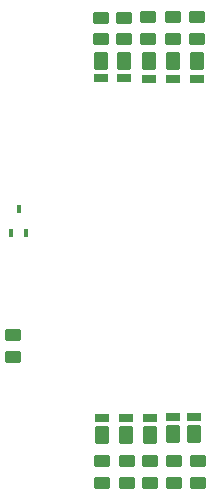
<source format=gbr>
%TF.GenerationSoftware,KiCad,Pcbnew,7.0.8-7.0.8~ubuntu22.04.1*%
%TF.CreationDate,2023-12-23T17:01:05+01:00*%
%TF.ProjectId,Smart_Light,536d6172-745f-44c6-9967-68742e6b6963,rev?*%
%TF.SameCoordinates,Original*%
%TF.FileFunction,Paste,Top*%
%TF.FilePolarity,Positive*%
%FSLAX46Y46*%
G04 Gerber Fmt 4.6, Leading zero omitted, Abs format (unit mm)*
G04 Created by KiCad (PCBNEW 7.0.8-7.0.8~ubuntu22.04.1) date 2023-12-23 17:01:05*
%MOMM*%
%LPD*%
G01*
G04 APERTURE LIST*
G04 Aperture macros list*
%AMRoundRect*
0 Rectangle with rounded corners*
0 $1 Rounding radius*
0 $2 $3 $4 $5 $6 $7 $8 $9 X,Y pos of 4 corners*
0 Add a 4 corners polygon primitive as box body*
4,1,4,$2,$3,$4,$5,$6,$7,$8,$9,$2,$3,0*
0 Add four circle primitives for the rounded corners*
1,1,$1+$1,$2,$3*
1,1,$1+$1,$4,$5*
1,1,$1+$1,$6,$7*
1,1,$1+$1,$8,$9*
0 Add four rect primitives between the rounded corners*
20,1,$1+$1,$2,$3,$4,$5,0*
20,1,$1+$1,$4,$5,$6,$7,0*
20,1,$1+$1,$6,$7,$8,$9,0*
20,1,$1+$1,$8,$9,$2,$3,0*%
G04 Aperture macros list end*
%ADD10RoundRect,0.050000X0.530000X-0.325000X0.530000X0.325000X-0.530000X0.325000X-0.530000X-0.325000X0*%
%ADD11RoundRect,0.077333X0.502667X-0.672667X0.502667X0.672667X-0.502667X0.672667X-0.502667X-0.672667X0*%
%ADD12RoundRect,0.250000X0.450000X-0.262500X0.450000X0.262500X-0.450000X0.262500X-0.450000X-0.262500X0*%
%ADD13RoundRect,0.050000X-0.530000X0.325000X-0.530000X-0.325000X0.530000X-0.325000X0.530000X0.325000X0*%
%ADD14RoundRect,0.077333X-0.502667X0.672667X-0.502667X-0.672667X0.502667X-0.672667X0.502667X0.672667X0*%
%ADD15RoundRect,0.250000X-0.450000X0.262500X-0.450000X-0.262500X0.450000X-0.262500X0.450000X0.262500X0*%
%ADD16R,0.450000X0.700000*%
G04 APERTURE END LIST*
D10*
%TO.C,D3*%
X143160000Y-106350000D03*
D11*
X143160000Y-107825000D03*
%TD*%
D12*
%TO.C,R11*%
X131610000Y-101190000D03*
X131610000Y-99365000D03*
%TD*%
D13*
%TO.C,D6*%
X139020000Y-77630000D03*
D14*
X139020000Y-76155000D03*
%TD*%
D12*
%TO.C,R3*%
X143200000Y-111885000D03*
X143200000Y-110060000D03*
%TD*%
D10*
%TO.C,D5*%
X139140000Y-106370000D03*
D11*
X139140000Y-107845000D03*
%TD*%
D12*
%TO.C,R5*%
X139150000Y-111875000D03*
X139150000Y-110050000D03*
%TD*%
D15*
%TO.C,R9*%
X145110000Y-72460000D03*
X145110000Y-74285000D03*
%TD*%
D12*
%TO.C,R2*%
X145210000Y-111865000D03*
X145210000Y-110040000D03*
%TD*%
D10*
%TO.C,D2*%
X145160000Y-106290000D03*
D11*
X145160000Y-107765000D03*
%TD*%
D15*
%TO.C,R10*%
X147180000Y-72460000D03*
X147180000Y-74285000D03*
%TD*%
D12*
%TO.C,R1*%
X147230000Y-111865000D03*
X147230000Y-110040000D03*
%TD*%
D15*
%TO.C,R6*%
X139000000Y-72490000D03*
X139000000Y-74315000D03*
%TD*%
D16*
%TO.C,Q1*%
X131410000Y-90710000D03*
X132710000Y-90710000D03*
X132060000Y-88710000D03*
%TD*%
D12*
%TO.C,R4*%
X141200000Y-111875000D03*
X141200000Y-110050000D03*
%TD*%
D15*
%TO.C,R7*%
X141020000Y-72490000D03*
X141020000Y-74315000D03*
%TD*%
D13*
%TO.C,D7*%
X140950000Y-77630000D03*
D14*
X140950000Y-76155000D03*
%TD*%
D15*
%TO.C,R8*%
X143040000Y-72470000D03*
X143040000Y-74295000D03*
%TD*%
D13*
%TO.C,D10*%
X147180000Y-77660000D03*
D14*
X147180000Y-76185000D03*
%TD*%
D13*
%TO.C,D8*%
X143080000Y-77650000D03*
D14*
X143080000Y-76175000D03*
%TD*%
D13*
%TO.C,D9*%
X145140000Y-77650000D03*
D14*
X145140000Y-76175000D03*
%TD*%
D10*
%TO.C,D1*%
X146947500Y-106295000D03*
D11*
X146947500Y-107770000D03*
%TD*%
D10*
%TO.C,D4*%
X141170000Y-106350000D03*
D11*
X141170000Y-107825000D03*
%TD*%
M02*

</source>
